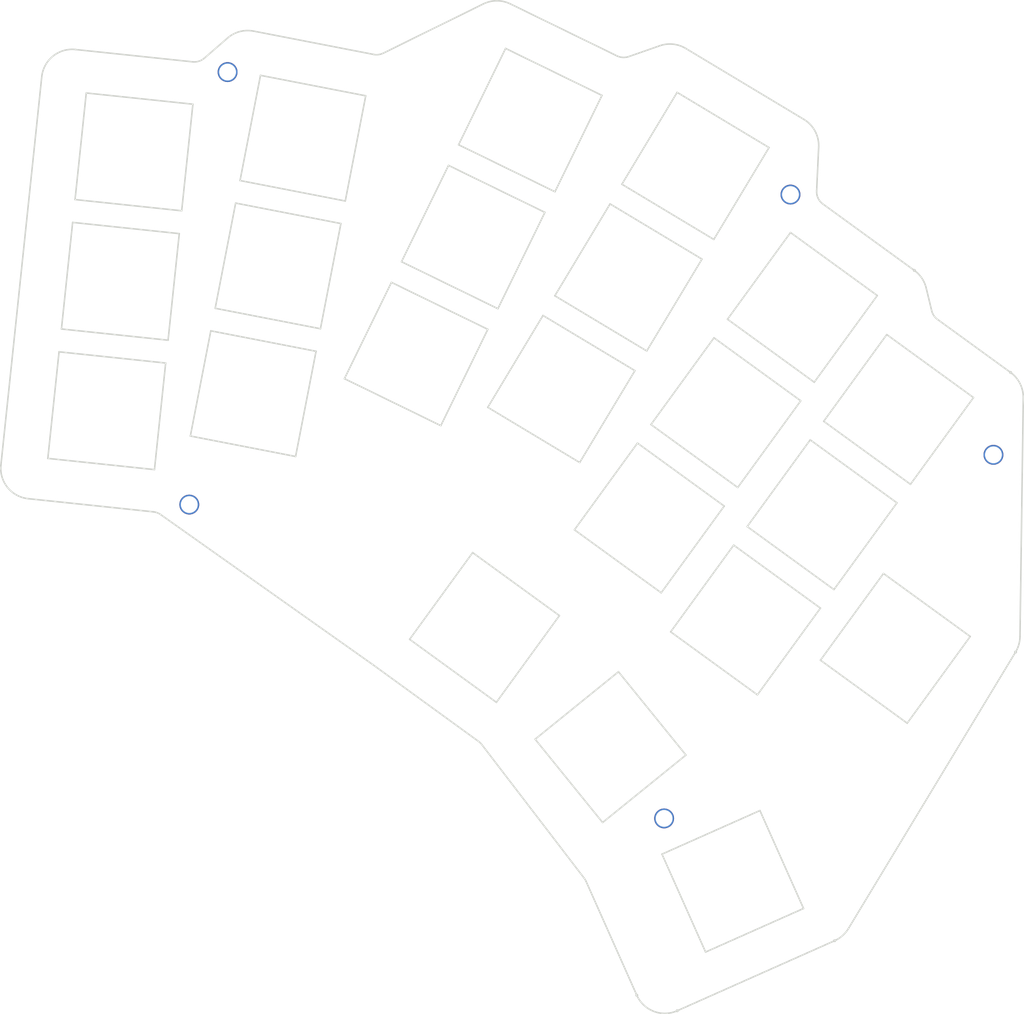
<source format=kicad_pcb>
(kicad_pcb (version 20240108) (generator "pcbnew") (generator_version "8.0")
  (title_block (title "ykb") (rev "v1.0.0") (company "Unknown"))
  (layers (0 "F.Cu" signal) (31 "B.Cu" signal) (34 "B.Paste" user) (35 "F.Paste" user) (36 "B.SilkS" user "B.Silkscreen") (37 "F.SilkS" user "F.Silkscreen") (38 "B.Mask" user) (39 "F.Mask" user) (44 "Edge.Cuts" user))
  (net 0 "")
  (footprint "" (layer "F.Cu") (at 111.825 165.1)
    (property "Reference" "" (at 0 0 0) (layer "F.SilkS") (effects (font (size 1.27 1.27))))
    (property "Value" "")
    (pad "1" thru_hole circle (at 0 0) (size 2.6 2.6) (drill 2.2) (layers "*.Cu" "*.Mask"))
  )
  (footprint "" (layer "F.Cu") (at 216.825 158.6)
    (property "Reference" "" (at 0 0 0) (layer "F.SilkS") (effects (font (size 1.27 1.27))))
    (property "Value" "")
    (pad "1" thru_hole circle (at 0 0) (size 2.6 2.6) (drill 2.2) (layers "*.Cu" "*.Mask"))
  )
  (footprint "" (layer "F.Cu") (at 116.825 108.6)
    (property "Reference" "" (at 0 0 0) (layer "F.SilkS") (effects (font (size 1.27 1.27))))
    (property "Value" "")
    (pad "1" thru_hole circle (at 0 0) (size 2.6 2.6) (drill 2.2) (layers "*.Cu" "*.Mask"))
  )
  (footprint "" (layer "F.Cu") (at 190.325 124.6)
    (property "Reference" "" (at 0 0 0) (layer "F.SilkS") (effects (font (size 1.27 1.27))))
    (property "Value" "")
    (pad "1" thru_hole circle (at 0 0) (size 2.6 2.6) (drill 2.2) (layers "*.Cu" "*.Mask"))
  )
  (footprint "" (layer "F.Cu") (at 173.825 206.1)
    (property "Reference" "" (at 0 0 0) (layer "F.SilkS") (effects (font (size 1.27 1.27))))
    (property "Value" "")
    (pad "1" thru_hole circle (at 0 0) (size 2.6 2.6) (drill 2.2) (layers "*.Cu" "*.Mask"))
  )
  (gr_line (start 193.426924 149.117684) (end 201.655917 137.791446) (stroke (width 0.2)) (layer "Edge.Cuts"))
  (gr_line (start 156.982309 195.75223) (end 165.792794 206.632274) (stroke (width 0.2)) (layer "Edge.Cuts"))
  (gr_line (start 167.862352 186.941745) (end 156.982309 195.75223) (stroke (width 0.2)) (layer "Edge.Cuts"))
  (gr_line (start 132.193751 125.441808) (end 134.865077 111.699027) (stroke (width 0.2)) (layer "Edge.Cuts"))
  (gr_line (start 180.312131 130.462886) (end 187.522664 118.462544) (stroke (width 0.2)) (layer "Edge.Cuts"))
  (gr_line (start 194.664522 154.219482) (end 205.99076 162.448476) (stroke (width 0.2)) (layer "Edge.Cuts"))
  (gr_line (start 116.824646 104.151656) (end 113.788654 106.784417) (stroke (width 0.2)) (layer "Edge.Cuts"))
  (gr_line (start 90.79105 164.33) (end 107.133632 166.047675) (stroke (width 0.2)) (layer "Edge.Cuts"))
  (gr_arc (start 209.528582 140.915528) (mid 209.04255 140.410614) (end 208.760564 139.769013) (stroke (width 0.2)) (layer "Edge.Cuts"))
  (gr_line (start 138.221598 136.070653) (end 132.084402 148.65377) (stroke (width 0.2)) (layer "Edge.Cuts"))
  (gr_line (start 165.709334 111.648852) (end 153.126217 105.511656) (stroke (width 0.2)) (layer "Edge.Cuts"))
  (gr_line (start 139.536712 133.374271) (end 152.119829 139.511467) (stroke (width 0.2)) (layer "Edge.Cuts"))
  (gr_line (start 110.518689 129.702406) (end 96.595383 128.239007) (stroke (width 0.2)) (layer "Edge.Cuts"))
  (gr_line (start 159.572138 124.231968) (end 165.709334 111.648852) (stroke (width 0.2)) (layer "Edge.Cuts"))
  (gr_line (start 170.344981 157.06903) (end 162.115987 168.395268) (stroke (width 0.2)) (layer "Edge.Cuts"))
  (gr_line (start 219.070574 147.848192) (end 209.528582 140.915528) (stroke (width 0.2)) (layer "Edge.Cuts"))
  (gr_arc (start 137.160016 106.127351) (mid 136.536642 106.316032) (end 135.885692 106.294473) (stroke (width 0.2)) (layer "Edge.Cuts"))
  (gr_line (start 170.01137 147.606232) (end 158.011027 140.395699) (stroke (width 0.2)) (layer "Edge.Cuts"))
  (gr_line (start 168.311789 123.252353) (end 180.312131 130.462886) (stroke (width 0.2)) (layer "Edge.Cuts"))
  (gr_arc (start 163.390379 213.911156) (mid 163.521857 214.105436) (end 163.629678 214.313777) (stroke (width 0.2)) (layer "Edge.Cuts"))
  (gr_line (start 181.671219 165.298024) (end 170.344981 157.06903) (stroke (width 0.2)) (layer "Edge.Cuts"))
  (gr_line (start 146.989021 118.094772) (end 159.572138 124.231968) (stroke (width 0.2)) (layer "Edge.Cuts"))
  (gr_line (start 213.793535 182.332306) (end 202.467297 174.103313) (stroke (width 0.2)) (layer "Edge.Cuts"))
  (gr_line (start 187.522664 118.462544) (end 175.522322 111.252011) (stroke (width 0.2)) (layer "Edge.Cuts"))
  (gr_line (start 108.08799 166.409888) (end 135.75505 185.98524) (stroke (width 0.2)) (layer "Edge.Cuts"))
  (gr_line (start 195.99841 176.201765) (end 204.227404 164.875527) (stroke (width 0.2)) (layer "Edge.Cuts"))
  (gr_line (start 150.800494 152.396041) (end 162.800837 159.606574) (stroke (width 0.2)) (layer "Edge.Cuts"))
  (gr_line (start 173.544253 210.767045) (end 179.238566 223.556681) (stroke (width 0.2)) (layer "Edge.Cuts"))
  (gr_arc (start 175.537578 231.224966) (mid 172.477176 231.305095) (end 170.256444 229.197734) (stroke (width 0.2)) (layer "Edge.Cuts"))
  (gr_line (start 115.207218 139.458144) (end 128.949998 142.12947) (stroke (width 0.2)) (layer "Edge.Cuts"))
  (gr_line (start 107.278307 160.532585) (end 108.741706 146.609278) (stroke (width 0.2)) (layer "Edge.Cuts"))
  (gr_arc (start 116.824646 104.151656) (mid 118.412297 103.309318) (end 120.208487 103.247133) (stroke (width 0.2)) (layer "Edge.Cuts"))
  (gr_line (start 152.119829 139.511467) (end 158.257025 126.928351) (stroke (width 0.2)) (layer "Edge.Cuts"))
  (gr_line (start 179.238566 223.556681) (end 192.028202 217.862368) (stroke (width 0.2)) (layer "Edge.Cuts"))
  (gr_line (start 118.45097 122.770482) (end 132.193751 125.441808) (stroke (width 0.2)) (layer "Edge.Cuts"))
  (gr_line (start 192.06966 114.778171) (end 176.640681 105.507504) (stroke (width 0.2)) (layer "Edge.Cuts"))
  (gr_arc (start 149.601232 196.044887) (mid 149.821862 196.230921) (end 150.013423 196.44677) (stroke (width 0.2)) (layer "Edge.Cuts"))
  (gr_arc (start 219.716808 184.362981) (mid 219.716808 184.362981) (end 219.716808 184.362981) (stroke (width 0.2)) (layer "Edge.Cuts"))
  (gr_line (start 204.227404 164.875527) (end 192.901166 156.646533) (stroke (width 0.2)) (layer "Edge.Cuts"))
  (gr_line (start 159.556142 137.824197) (end 171.556484 145.03473) (stroke (width 0.2)) (layer "Edge.Cuts"))
  (gr_line (start 165.792794 206.632274) (end 176.672838 197.821788) (stroke (width 0.2)) (layer "Edge.Cuts"))
  (gr_line (start 95.131984 142.162314) (end 109.055291 143.625712) (stroke (width 0.2)) (layer "Edge.Cuts"))
  (gr_line (start 162.115987 168.395268) (end 173.442225 176.624262) (stroke (width 0.2)) (layer "Edge.Cuts"))
  (gr_arc (start 107.133632 166.047675) (mid 107.634304 166.166883) (end 108.08799 166.409888) (stroke (width 0.2)) (layer "Edge.Cuts"))
  (gr_arc (start 194.561323 125.838548) (mid 193.932836 125.083894) (end 193.739322 124.12106) (stroke (width 0.2)) (layer "Edge.Cuts"))
  (gr_line (start 186.333889 205.072732) (end 173.544253 210.767045) (stroke (width 0.2)) (layer "Edge.Cuts"))
  (gr_arc (start 92.562028 109.21318) (mid 94.022833 106.522711) (end 96.958227 105.653208) (stroke (width 0.2)) (layer "Edge.Cuts"))
  (gr_line (start 178.767017 133.034388) (end 166.766675 125.823855) (stroke (width 0.2)) (layer "Edge.Cuts"))
  (gr_line (start 150.804715 142.207849) (end 138.221598 136.070653) (stroke (width 0.2)) (layer "Edge.Cuts"))
  (gr_line (start 128.949998 142.12947) (end 131.621324 128.386689) (stroke (width 0.2)) (layer "Edge.Cuts"))
  (gr_line (start 186.006061 189.955054) (end 194.235055 178.628816) (stroke (width 0.2)) (layer "Edge.Cuts"))
  (gr_line (start 172.108336 154.641979) (end 183.434574 162.870973) (stroke (width 0.2)) (layer "Edge.Cuts"))
  (gr_line (start 201.655917 137.791446) (end 190.329679 129.562452) (stroke (width 0.2)) (layer "Edge.Cuts"))
  (gr_line (start 132.084402 148.65377) (end 144.667519 154.790966) (stroke (width 0.2)) (layer "Edge.Cuts"))
  (gr_line (start 171.556484 145.03473) (end 178.767017 133.034388) (stroke (width 0.2)) (layer "Edge.Cuts"))
  (gr_line (start 197.888921 220.487906) (end 219.716791 184.363009) (stroke (width 0.2)) (layer "Edge.Cuts"))
  (gr_line (start 135.885692 106.294473) (end 120.208487 103.247133) (stroke (width 0.2)) (layer "Edge.Cuts"))
  (gr_line (start 206.506841 134.517475) (end 194.561323 125.838548) (stroke (width 0.2)) (layer "Edge.Cuts"))
  (gr_arc (start 196.092345 222.073395) (mid 196.092345 222.073395) (end 196.092345 222.073395) (stroke (width 0.2)) (layer "Edge.Cuts"))
  (gr_line (start 135.775248 185.999721) (end 149.601232 196.044887) (stroke (width 0.2)) (layer "Edge.Cuts"))
  (gr_line (start 148.82473 171.3774) (end 140.595737 182.703638) (stroke (width 0.2)) (layer "Edge.Cuts"))
  (gr_line (start 205.99076 162.448476) (end 214.219753 151.122238) (stroke (width 0.2)) (layer "Edge.Cuts"))
  (gr_arc (start 206.50677 134.517423) (mid 206.50677 134.517423) (end 206.50677 134.517423) (stroke (width 0.2)) (layer "Edge.Cuts"))
  (gr_line (start 110.832275 126.71884) (end 112.295673 112.795534) (stroke (width 0.2)) (layer "Edge.Cuts"))
  (gr_arc (start 135.75505 185.98524) (mid 135.765172 185.992449) (end 135.775248 185.999721) (stroke (width 0.2)) (layer "Edge.Cuts"))
  (gr_line (start 158.011027 140.395699) (end 150.800494 152.396041) (stroke (width 0.2)) (layer "Edge.Cuts"))
  (gr_line (start 112.269297 107.262465) (end 96.958227 105.653208) (stroke (width 0.2)) (layer "Edge.Cuts"))
  (gr_line (start 173.442225 176.624262) (end 181.671219 165.298024) (stroke (width 0.2)) (layer "Edge.Cuts"))
  (gr_line (start 150.219408 99.69806) (end 137.160016 106.127351) (stroke (width 0.2)) (layer "Edge.Cuts"))
  (gr_arc (start 170.256444 229.197734) (mid 170.256444 229.197734) (end 170.256444 229.197734) (stroke (width 0.2)) (layer "Edge.Cuts"))
  (gr_line (start 182.100686 140.88869) (end 193.426924 149.117684) (stroke (width 0.2)) (layer "Edge.Cuts"))
  (gr_line (start 151.921974 190.932631) (end 160.150968 179.606393) (stroke (width 0.2)) (layer "Edge.Cuts"))
  (gr_line (start 214.219753 151.122238) (end 202.893515 142.893244) (stroke (width 0.2)) (layer "Edge.Cuts"))
  (gr_arc (start 220.292874 182.348954) (mid 220.139019 183.394363) (end 219.716791 184.363009) (stroke (width 0.2)) (layer "Edge.Cuts"))
  (gr_line (start 192.028202 217.862368) (end 186.333889 205.072732) (stroke (width 0.2)) (layer "Edge.Cuts"))
  (gr_arc (start 169.206361 106.576442) (mid 168.425471 106.684623) (end 167.663442 106.482623) (stroke (width 0.2)) (layer "Edge.Cuts"))
  (gr_line (start 194.235055 178.628816) (end 182.908817 170.399822) (stroke (width 0.2)) (layer "Edge.Cuts"))
  (gr_line (start 117.878544 125.715363) (end 115.207218 139.458144) (stroke (width 0.2)) (layer "Edge.Cuts"))
  (gr_line (start 202.893515 142.893244) (end 194.664522 154.219482) (stroke (width 0.2)) (layer "Edge.Cuts"))
  (gr_line (start 175.522322 111.252011) (end 168.311789 123.252353) (stroke (width 0.2)) (layer "Edge.Cuts"))
  (gr_line (start 180.33733 143.315741) (end 172.108336 154.641979) (stroke (width 0.2)) (layer "Edge.Cuts"))
  (gr_arc (start 150.219408 99.69806) (mid 151.97879 99.286744) (end 153.739674 99.691581) (stroke (width 0.2)) (layer "Edge.Cuts"))
  (gr_line (start 163.629678 214.313777) (end 170.256444 229.197734) (stroke (width 0.2)) (layer "Edge.Cuts"))
  (gr_line (start 114.634791 142.403025) (end 111.963465 156.145806) (stroke (width 0.2)) (layer "Edge.Cuts"))
  (gr_arc (start 90.79105 164.33) (mid 88.10058 162.869193) (end 87.231076 159.933797) (stroke (width 0.2)) (layer "Edge.Cuts"))
  (gr_line (start 125.706245 158.817132) (end 128.377571 145.074351) (stroke (width 0.2)) (layer "Edge.Cuts"))
  (gr_line (start 150.013423 196.44677) (end 163.390379 213.911156) (stroke (width 0.2)) (layer "Edge.Cuts"))
  (gr_line (start 112.295673 112.795534) (end 98.372367 111.332135) (stroke (width 0.2)) (layer "Edge.Cuts"))
  (gr_arc (start 113.788654 106.784417) (mid 113.078618 107.181218) (end 112.269297 107.262465) (stroke (width 0.2)) (layer "Edge.Cuts"))
  (gr_line (start 202.467297 174.103313) (end 194.238304 185.429551) (stroke (width 0.2)) (layer "Edge.Cuts"))
  (gr_line (start 93.355 159.069186) (end 107.278307 160.532585) (stroke (width 0.2)) (layer "Edge.Cuts"))
  (gr_line (start 173.261475 105.159935) (end 169.206361 106.576442) (stroke (width 0.2)) (layer "Edge.Cuts"))
  (gr_line (start 194.238304 185.429551) (end 205.564542 193.658544) (stroke (width 0.2)) (layer "Edge.Cuts"))
  (gr_arc (start 173.261475 105.159935) (mid 174.989808 104.95717) (end 176.640681 105.507504) (stroke (width 0.2)) (layer "Edge.Cuts"))
  (gr_line (start 184.672173 167.972771) (end 195.99841 176.201765) (stroke (width 0.2)) (layer "Edge.Cuts"))
  (gr_line (start 158.257025 126.928351) (end 145.673908 120.791155) (stroke (width 0.2)) (layer "Edge.Cuts"))
  (gr_line (start 176.672838 197.821788) (end 167.862352 186.941745) (stroke (width 0.2)) (layer "Edge.Cuts"))
  (gr_line (start 108.741706 146.609278) (end 94.818399 145.145879) (stroke (width 0.2)) (layer "Edge.Cuts"))
  (gr_line (start 162.800837 159.606574) (end 170.01137 147.606232) (stroke (width 0.2)) (layer "Edge.Cuts"))
  (gr_line (start 145.673908 120.791155) (end 139.536712 133.374271) (stroke (width 0.2)) (layer "Edge.Cuts"))
  (gr_line (start 109.055291 143.625712) (end 110.518689 129.702406) (stroke (width 0.2)) (layer "Edge.Cuts"))
  (gr_line (start 193.739322 124.12106) (end 194.005596 118.384945) (stroke (width 0.2)) (layer "Edge.Cuts"))
  (gr_line (start 183.434574 162.870973) (end 191.663568 151.544735) (stroke (width 0.2)) (layer "Edge.Cuts"))
  (gr_line (start 131.621324 128.386689) (end 117.878544 125.715363) (stroke (width 0.2)) (layer "Edge.Cuts"))
  (gr_line (start 96.908968 125.255442) (end 110.832275 126.71884) (stroke (width 0.2)) (layer "Edge.Cuts"))
  (gr_line (start 134.865077 111.699027) (end 121.122296 109.027701) (stroke (width 0.2)) (layer "Edge.Cuts"))
  (gr_line (start 205.564542 193.658544) (end 213.793535 182.332306) (stroke (width 0.2)) (layer "Edge.Cuts"))
  (gr_line (start 160.150968 179.606393) (end 148.82473 171.3774) (stroke (width 0.2)) (layer "Edge.Cuts"))
  (gr_line (start 166.766675 125.823855) (end 159.556142 137.824197) (stroke (width 0.2)) (layer "Edge.Cuts"))
  (gr_line (start 192.901166 156.646533) (end 184.672173 167.972771) (stroke (width 0.2)) (layer "Edge.Cuts"))
  (gr_arc (start 206.506841 134.517475) (mid 207.478914 135.527308) (end 208.04289 136.810516) (stroke (width 0.2)) (layer "Edge.Cuts"))
  (gr_line (start 175.537578 231.224966) (end 196.102728 222.068773) (stroke (width 0.2)) (layer "Edge.Cuts"))
  (gr_line (start 191.663568 151.544735) (end 180.33733 143.315741) (stroke (width 0.2)) (layer "Edge.Cuts"))
  (gr_line (start 190.329679 129.562452) (end 182.100686 140.88869) (stroke (width 0.2)) (layer "Edge.Cuts"))
  (gr_arc (start 219.070574 147.848192) (mid 220.295787 149.292708) (end 220.719044 151.138955) (stroke (width 0.2)) (layer "Edge.Cuts"))
  (gr_line (start 220.292874 182.348954) (end 220.719091 151.138956) (stroke (width 0.2)) (layer "Edge.Cuts"))
  (gr_line (start 92.562028 109.21318) (end 87.231076 159.933797) (stroke (width 0.2)) (layer "Edge.Cuts"))
  (gr_arc (start 175.537572 231.224969) (mid 175.537572 231.224969) (end 175.537572 231.224969) (stroke (width 0.2)) (layer "Edge.Cuts"))
  (gr_line (start 96.595383 128.239007) (end 95.131984 142.162314) (stroke (width 0.2)) (layer "Edge.Cuts"))
  (gr_line (start 220.719044 151.138955) (end 220.719091 151.138956) (stroke (width 0.2)) (layer "Edge.Cuts"))
  (gr_line (start 208.760565 139.769013) (end 208.04289 136.810516) (stroke (width 0.2)) (layer "Edge.Cuts"))
  (gr_line (start 208.760564 139.769013) (end 208.760565 139.769013) (stroke (width 0.2)) (layer "Edge.Cuts"))
  (gr_line (start 153.739674 99.691581) (end 153.739687 99.691554) (stroke (width 0.2)) (layer "Edge.Cuts"))
  (gr_line (start 182.908817 170.399822) (end 174.679823 181.72606) (stroke (width 0.2)) (layer "Edge.Cuts"))
  (gr_line (start 111.963465 156.145806) (end 125.706245 158.817132) (stroke (width 0.2)) (layer "Edge.Cuts"))
  (gr_line (start 98.372367 111.332135) (end 96.908968 125.255442) (stroke (width 0.2)) (layer "Edge.Cuts"))
  (gr_line (start 144.667519 154.790966) (end 150.804715 142.207849) (stroke (width 0.2)) (layer "Edge.Cuts"))
  (gr_line (start 121.122296 109.027701) (end 118.45097 122.770482) (stroke (width 0.2)) (layer "Edge.Cuts"))
  (gr_arc (start 219.070606 147.848215) (mid 219.070606 147.848215) (end 219.070606 147.848215) (stroke (width 0.2)) (layer "Edge.Cuts"))
  (gr_arc (start 192.06966 114.778171) (mid 193.533946 116.315159) (end 194.005596 118.384945) (stroke (width 0.2)) (layer "Edge.Cuts"))
  (gr_line (start 153.126217 105.511656) (end 146.989021 118.094772) (stroke (width 0.2)) (layer "Edge.Cuts"))
  (gr_arc (start 197.888921 220.487906) (mid 197.11641 221.414588) (end 196.102728 222.068773) (stroke (width 0.2)) (layer "Edge.Cuts"))
  (gr_line (start 140.595737 182.703638) (end 151.921974 190.932631) (stroke (width 0.2)) (layer "Edge.Cuts"))
  (gr_line (start 94.818399 145.145879) (end 93.355 159.069186) (stroke (width 0.2)) (layer "Edge.Cuts"))
  (gr_line (start 128.377571 145.074351) (end 114.634791 142.403025) (stroke (width 0.2)) (layer "Edge.Cuts"))
  (gr_line (start 174.679823 181.72606) (end 186.006061 189.955054) (stroke (width 0.2)) (layer "Edge.Cuts"))
  (gr_line (start 167.663442 106.482623) (end 153.739687 99.691554) (stroke (width 0.2)) (layer "Edge.Cuts"))
)
</source>
